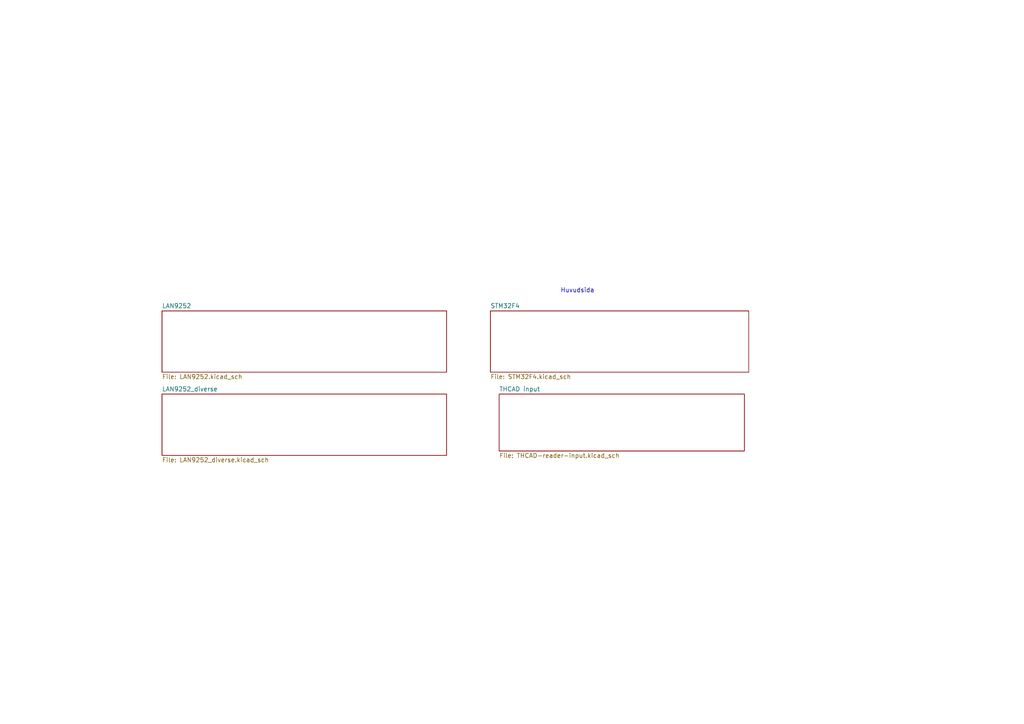
<source format=kicad_sch>
(kicad_sch
	(version 20231120)
	(generator "eeschema")
	(generator_version "8.0")
	(uuid "5597aedc-b607-407f-bbfd-31b3b298ecb1")
	(paper "A4")
	(title_block
		(title "THCAD reader")
	)
	(lib_symbols)
	(text "Huvudsida"
		(exclude_from_sim no)
		(at 162.56 85.09 0)
		(effects
			(font
				(size 1.27 1.27)
			)
			(justify left bottom)
		)
		(uuid "adf2be63-7ec7-44be-837f-901ddbc80717")
	)
	(sheet
		(at 144.78 114.3)
		(size 71.12 16.51)
		(fields_autoplaced yes)
		(stroke
			(width 0.1524)
			(type solid)
		)
		(fill
			(color 0 0 0 0.0000)
		)
		(uuid "0a376a6c-0f15-42f8-81f6-3a55619be267")
		(property "Sheetname" "THCAD input"
			(at 144.78 113.5884 0)
			(effects
				(font
					(size 1.27 1.27)
				)
				(justify left bottom)
			)
		)
		(property "Sheetfile" "THCAD-reader-input.kicad_sch"
			(at 144.78 131.3946 0)
			(effects
				(font
					(size 1.27 1.27)
				)
				(justify left top)
			)
		)
		(instances
			(project "THCAD-reader"
				(path "/5597aedc-b607-407f-bbfd-31b3b298ecb1"
					(page "5")
				)
			)
		)
	)
	(sheet
		(at 46.99 114.3)
		(size 82.55 17.78)
		(fields_autoplaced yes)
		(stroke
			(width 0.1524)
			(type solid)
		)
		(fill
			(color 0 0 0 0.0000)
		)
		(uuid "650f1ee4-2ce7-4e9d-a70d-f9d8defa5d03")
		(property "Sheetname" "LAN9252_diverse"
			(at 46.99 113.5884 0)
			(effects
				(font
					(size 1.27 1.27)
				)
				(justify left bottom)
			)
		)
		(property "Sheetfile" "LAN9252_diverse.kicad_sch"
			(at 46.99 132.6646 0)
			(effects
				(font
					(size 1.27 1.27)
				)
				(justify left top)
			)
		)
		(instances
			(project "THCAD-reader"
				(path "/5597aedc-b607-407f-bbfd-31b3b298ecb1"
					(page "3")
				)
			)
		)
	)
	(sheet
		(at 46.99 90.17)
		(size 82.55 17.78)
		(fields_autoplaced yes)
		(stroke
			(width 0.1524)
			(type solid)
		)
		(fill
			(color 0 0 0 0.0000)
		)
		(uuid "a120273a-c1ae-42b3-935d-01f789f654a3")
		(property "Sheetname" "LAN9252"
			(at 46.99 89.4584 0)
			(effects
				(font
					(size 1.27 1.27)
				)
				(justify left bottom)
			)
		)
		(property "Sheetfile" "LAN9252.kicad_sch"
			(at 46.99 108.5346 0)
			(effects
				(font
					(size 1.27 1.27)
				)
				(justify left top)
			)
		)
		(instances
			(project "THCAD-reader"
				(path "/5597aedc-b607-407f-bbfd-31b3b298ecb1"
					(page "2")
				)
			)
		)
	)
	(sheet
		(at 142.24 90.17)
		(size 74.93 17.78)
		(fields_autoplaced yes)
		(stroke
			(width 0.1524)
			(type solid)
		)
		(fill
			(color 0 0 0 0.0000)
		)
		(uuid "d564400f-40ba-4aca-9c2a-14ec52a8353b")
		(property "Sheetname" "STM32F4"
			(at 142.24 89.4584 0)
			(effects
				(font
					(size 1.27 1.27)
				)
				(justify left bottom)
			)
		)
		(property "Sheetfile" "STM32F4.kicad_sch"
			(at 142.24 108.5346 0)
			(effects
				(font
					(size 1.27 1.27)
				)
				(justify left top)
			)
		)
		(instances
			(project "THCAD-reader"
				(path "/5597aedc-b607-407f-bbfd-31b3b298ecb1"
					(page "4")
				)
			)
		)
	)
	(sheet_instances
		(path "/"
			(page "1")
		)
	)
)

</source>
